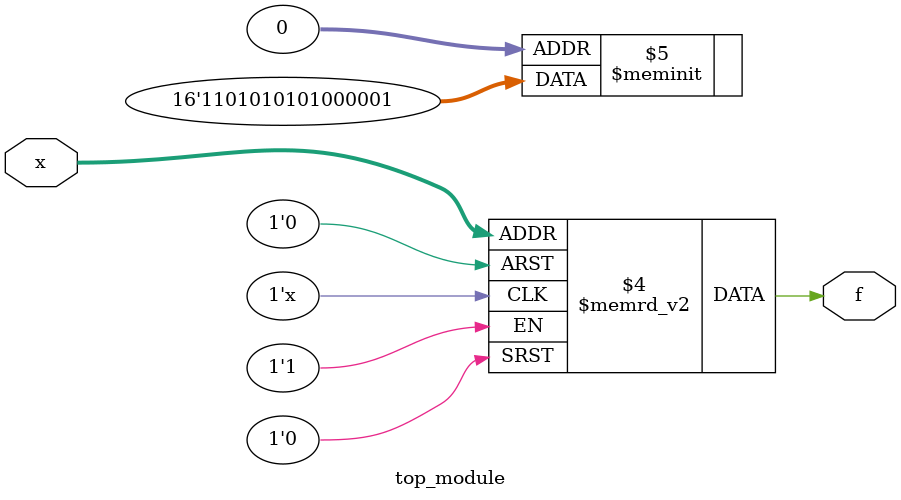
<source format=sv>
module top_module (
    input [4:1] x,
    output logic f
);

always_comb begin
    case (x)
        4'b0000, 4'b1000, 4'b1010, 4'b1100: f = 1'b1;
        4'b0001, 4'b0010, 4'b0011, 4'b0101, 4'b0111, 4'b1001, 4'b1011, 4'b1101: f = 1'b0;
        4'b0110, 4'b1111, 4'b1110: f = 1'b1;
        4'b0100: f = 1'b0; // Corrected this line
        default: f = 1'bx;
    endcase
end

endmodule

</source>
